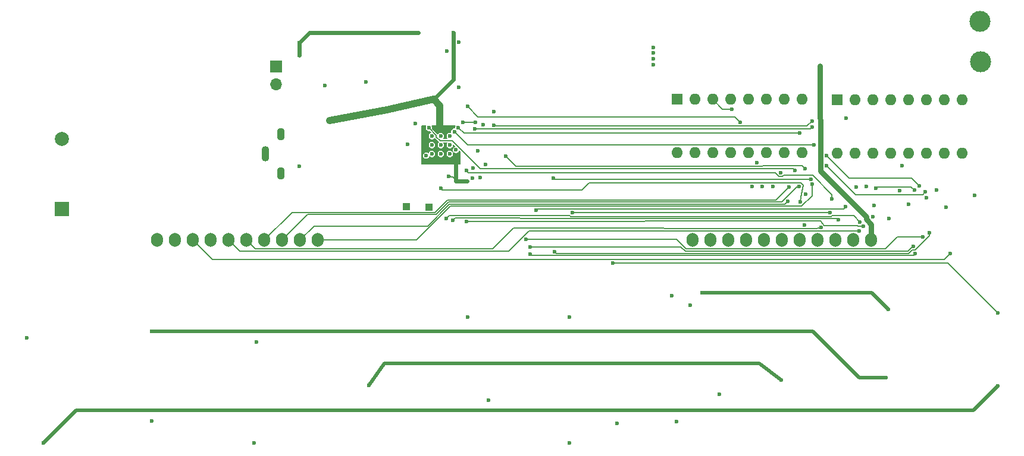
<source format=gbr>
%TF.GenerationSoftware,KiCad,Pcbnew,8.0.5*%
%TF.CreationDate,2024-09-30T13:59:48-07:00*%
%TF.ProjectId,combo_board,636f6d62-6f5f-4626-9f61-72642e6b6963,1*%
%TF.SameCoordinates,Original*%
%TF.FileFunction,Copper,L3,Inr*%
%TF.FilePolarity,Positive*%
%FSLAX46Y46*%
G04 Gerber Fmt 4.6, Leading zero omitted, Abs format (unit mm)*
G04 Created by KiCad (PCBNEW 8.0.5) date 2024-09-30 13:59:48*
%MOMM*%
%LPD*%
G01*
G04 APERTURE LIST*
%TA.AperFunction,ComponentPad*%
%ADD10O,1.700000X2.000000*%
%TD*%
%TA.AperFunction,ComponentPad*%
%ADD11O,1.100000X1.800000*%
%TD*%
%TA.AperFunction,ComponentPad*%
%ADD12O,1.100000X2.200000*%
%TD*%
%TA.AperFunction,ComponentPad*%
%ADD13R,1.700000X1.700000*%
%TD*%
%TA.AperFunction,ComponentPad*%
%ADD14O,1.700000X1.700000*%
%TD*%
%TA.AperFunction,ComponentPad*%
%ADD15C,0.600000*%
%TD*%
%TA.AperFunction,ComponentPad*%
%ADD16R,2.000000X2.000000*%
%TD*%
%TA.AperFunction,ComponentPad*%
%ADD17C,2.000000*%
%TD*%
%TA.AperFunction,ComponentPad*%
%ADD18C,3.000000*%
%TD*%
%TA.AperFunction,ComponentPad*%
%ADD19R,1.600000X1.600000*%
%TD*%
%TA.AperFunction,ComponentPad*%
%ADD20O,1.600000X1.600000*%
%TD*%
%TA.AperFunction,ComponentPad*%
%ADD21R,1.000000X1.000000*%
%TD*%
%TA.AperFunction,ViaPad*%
%ADD22C,0.600000*%
%TD*%
%TA.AperFunction,Conductor*%
%ADD23C,0.600000*%
%TD*%
%TA.AperFunction,Conductor*%
%ADD24C,1.000000*%
%TD*%
%TA.AperFunction,Conductor*%
%ADD25C,0.200000*%
%TD*%
%TA.AperFunction,Conductor*%
%ADD26C,0.150000*%
%TD*%
%TA.AperFunction,Conductor*%
%ADD27C,0.800000*%
%TD*%
%TA.AperFunction,Conductor*%
%ADD28C,0.500000*%
%TD*%
G04 APERTURE END LIST*
D10*
%TO.N,Net-(DS1-F1{slash}GND)*%
%TO.C,DS1*%
X56340000Y36570000D03*
%TO.N,PS3*%
X58880000Y36570000D03*
%TO.N,PS2*%
X61420000Y36570000D03*
%TO.N,PS1*%
X63960000Y36570000D03*
%TO.N,Pg*%
X66500000Y36570000D03*
%TO.N,PDP*%
X69040000Y36570000D03*
%TO.N,G0*%
X71580000Y36570000D03*
%TO.N,G1*%
X74120000Y36570000D03*
%TO.N,G2*%
X76660000Y36570000D03*
%TO.N,G3*%
X79200000Y36570000D03*
%TO.N,G4*%
X132540000Y36570000D03*
%TO.N,G5*%
X135080000Y36570000D03*
%TO.N,G6*%
X137620000Y36570000D03*
%TO.N,G7*%
X140160000Y36570000D03*
%TO.N,Pd*%
X142700000Y36570000D03*
%TO.N,Pe*%
X145240000Y36570000D03*
%TO.N,Pc*%
X147780000Y36570000D03*
%TO.N,Pf*%
X150320000Y36570000D03*
%TO.N,Pb*%
X152860000Y36570000D03*
%TO.N,Pa*%
X155400000Y36570000D03*
%TO.N,Net-(DS1-F2{slash}+5V)*%
X157940000Y36570000D03*
%TD*%
D11*
%TO.N,GND*%
%TO.C,J3*%
X73907400Y46068100D03*
D12*
X71757400Y48868100D03*
D11*
X73907400Y51668100D03*
%TD*%
D13*
%TO.N,/~{USB_BOOT}*%
%TO.C,J2*%
X73272400Y61343100D03*
D14*
%TO.N,GND*%
X73272400Y58803100D03*
%TD*%
D15*
%TO.N,GND*%
%TO.C,U3*%
X97975000Y51377700D03*
X96700000Y51377700D03*
X95425000Y51377700D03*
X97975000Y50102700D03*
X96700000Y50102700D03*
X95425000Y50102700D03*
X97975000Y48827700D03*
X96700000Y48827700D03*
X95425000Y48827700D03*
%TD*%
D16*
%TO.N,/GPIO28_ADC2*%
%TO.C,LS1*%
X42790000Y40982700D03*
D17*
%TO.N,/GPIO29_ADC3*%
X42790000Y50982700D03*
%TD*%
D18*
%TO.N,GND*%
%TO.C,TP4*%
X173450000Y67732683D03*
%TD*%
D19*
%TO.N,PDP*%
%TO.C,J204*%
X153050000Y56550000D03*
D20*
%TO.N,PS1*%
X155590000Y56550000D03*
%TO.N,Pd*%
X158130000Y56550000D03*
%TO.N,Pe*%
X160670000Y56550000D03*
%TO.N,Pf*%
X163210000Y56550000D03*
%TO.N,Pg*%
X165750000Y56550000D03*
%TO.N,PS3*%
X168290000Y56550000D03*
%TO.N,PS2*%
X170830000Y56550000D03*
%TO.N,Pb*%
X170830000Y48930000D03*
%TO.N,Pa*%
X168290000Y48930000D03*
%TO.N,Pc*%
X165750000Y48930000D03*
%TO.N,G0*%
X163210000Y48930000D03*
%TO.N,G1*%
X160670000Y48930000D03*
%TO.N,G4*%
X158130000Y48930000D03*
%TO.N,G3*%
X155590000Y48930000D03*
%TO.N,G2*%
X153050000Y48930000D03*
%TD*%
D18*
%TO.N,EXT_5V*%
%TO.C,TP5*%
X173510000Y61952683D03*
%TD*%
D21*
%TO.N,/GPIO26_ADC0*%
%TO.C,TP2*%
X94970000Y41262683D03*
%TD*%
%TO.N,/GPIO27_ADC1*%
%TO.C,TP3*%
X91830000Y41352683D03*
%TD*%
D19*
%TO.N,F1*%
%TO.C,J203*%
X130280000Y56660000D03*
D20*
%TO.N,F2*%
X132820000Y56660000D03*
%TO.N,S2*%
X135360000Y56660000D03*
%TO.N,S1*%
X137900000Y56660000D03*
%TO.N,S0*%
X140440000Y56660000D03*
%TO.N,G5*%
X142980000Y56660000D03*
%TO.N,G7*%
X145520000Y56660000D03*
%TO.N,G6*%
X148060000Y56660000D03*
%TO.N,RL0*%
X148060000Y49040000D03*
%TO.N,RL1*%
X145520000Y49040000D03*
%TO.N,RL6*%
X142980000Y49040000D03*
%TO.N,RL4*%
X140440000Y49040000D03*
%TO.N,RL2*%
X137900000Y49040000D03*
%TO.N,RL5*%
X135360000Y49040000D03*
%TO.N,RL3*%
X132820000Y49040000D03*
%TO.N,GND2*%
X130280000Y49040000D03*
%TD*%
D22*
%TO.N,GND*%
X86040000Y59143000D03*
X99280000Y64792700D03*
X97580000Y63513000D03*
X99280000Y58303000D03*
%TO.N,+3V3*%
X158150000Y39922683D03*
X168570000Y41243000D03*
X158330000Y41483000D03*
X165770000Y42553000D03*
X155826000Y44127000D03*
X97680000Y52543000D03*
X94210000Y52583000D03*
X97765100Y45643000D03*
X148440000Y38702683D03*
X96730000Y52223000D03*
X172610000Y42953000D03*
X100470000Y44993000D03*
X163250000Y41673000D03*
X148600000Y43102683D03*
X98450000Y66162700D03*
X80869900Y53620000D03*
%TO.N,+1V1*%
X98850000Y49413000D03*
X94600000Y48603000D03*
X91964900Y50247000D03*
X101964400Y49247000D03*
%TO.N,/QSPI_SS*%
X93027800Y53213000D03*
X80235300Y58607000D03*
%TO.N,/G5_3V*%
X100478000Y55616000D03*
X139318000Y53366000D03*
%TO.N,/G7_3V*%
X147118000Y46490000D03*
X95000900Y52556000D03*
%TO.N,/G2_3V*%
X149764000Y50124000D03*
X98610600Y52029000D03*
%TO.N,/G6_3V*%
X104231100Y54840000D03*
X149354000Y45261000D03*
X112699000Y45350000D03*
%TO.N,/PDP_3V*%
X101610800Y53318000D03*
X152064000Y40480000D03*
X115416000Y40468000D03*
X99852500Y53318000D03*
%TO.N,/G3_3V*%
X110217000Y40844000D03*
X154310000Y41285000D03*
X102739200Y52971000D03*
%TO.N,/PD_3V*%
X147758000Y51810000D03*
X157217000Y44171000D03*
X99198400Y52594000D03*
%TO.N,/G4_3V*%
X149508000Y53538000D03*
X104253600Y52943000D03*
%TO.N,/PS1_3V*%
X154357000Y53919000D03*
X149565000Y52648000D03*
X101544600Y52400000D03*
%TO.N,/PF_3V*%
X156856520Y38529156D03*
X100379300Y39208000D03*
%TO.N,/PE_3V*%
X153234000Y39457000D03*
X162320000Y47186000D03*
X98387200Y39386000D03*
%TO.N,/G1_3V*%
X158597000Y43988000D03*
X164076000Y43660000D03*
X96668200Y43946000D03*
X147866000Y41967000D03*
%TO.N,/G0_3V*%
X156337094Y39131820D03*
X97490300Y39611000D03*
X160451000Y39627000D03*
X162022000Y43579000D03*
%TO.N,/PC_3V*%
X151572000Y47184000D03*
X105964000Y48480000D03*
X165642000Y43426000D03*
X148481000Y46724000D03*
%TO.N,/PG_3V*%
X166241000Y37579000D03*
X103082600Y47302000D03*
X112906000Y34893000D03*
%TO.N,/PS3_3V*%
X165277000Y36978000D03*
X102304800Y45444000D03*
X108834000Y36700000D03*
%TO.N,/PA_3V*%
X152366000Y42426000D03*
X167211000Y43687000D03*
X100304000Y46493000D03*
%TO.N,/PS2_3V*%
X101249700Y46828000D03*
X109441000Y35598000D03*
X163964000Y35682000D03*
%TO.N,/VBUS*%
X76515000Y64687700D03*
X76550000Y63823000D03*
X76550000Y62933000D03*
X93520000Y66122700D03*
X76590000Y47073000D03*
%TO.N,/PB_3V*%
X101157200Y45414000D03*
X109441000Y34579000D03*
X164214000Y34608000D03*
%TO.N,G2*%
X146061000Y42062000D03*
%TO.N,PS2*%
X169195000Y34612000D03*
%TO.N,Pg*%
X156187280Y37881820D03*
%TO.N,G0*%
X146230000Y44115000D03*
%TO.N,G3*%
X149522000Y44509000D03*
%TO.N,G7*%
X143920000Y44166000D03*
%TO.N,G4*%
X140987000Y44166000D03*
%TO.N,Net-(DS1-F2{slash}+5V)*%
X150678517Y58812683D03*
X150640000Y59702683D03*
X150672672Y60562683D03*
X150670000Y61362683D03*
%TO.N,Net-(DS1-F1{slash}GND)*%
X126950000Y62432683D03*
X126970000Y63262683D03*
X126950000Y61562683D03*
X126970000Y63992683D03*
%TO.N,PDP*%
X150779000Y38338000D03*
%TO.N,G1*%
X147675000Y44166000D03*
%TO.N,RL5*%
X114959000Y7613000D03*
X114979000Y25612000D03*
%TO.N,S2*%
X138135000Y55241000D03*
X129518000Y28612000D03*
%TO.N,RL3*%
X86420000Y15857000D03*
X142455000Y44166000D03*
X145097000Y16612000D03*
%TO.N,RL4*%
X103465700Y13731000D03*
X130251000Y10715000D03*
X100478000Y25612000D03*
%TO.N,RL2*%
X121135000Y33258000D03*
X70466000Y22024000D03*
X70076000Y7613000D03*
X175910000Y26163000D03*
%TO.N,S1*%
X121774000Y10413000D03*
%TO.N,RL0*%
X164773000Y44247000D03*
X40122500Y7613000D03*
X175938000Y15716000D03*
X151572000Y48580000D03*
X37736300Y22612000D03*
%TO.N,RL6*%
X133850000Y29083000D03*
X132206000Y27243000D03*
X160410000Y26663000D03*
X141681000Y47611000D03*
%TO.N,S0*%
X136330000Y14588000D03*
%TO.N,RL1*%
X55580800Y23514000D03*
X160046000Y16905000D03*
X55528500Y10747000D03*
X145053000Y46188000D03*
%TD*%
D23*
%TO.N,+3V3*%
X98850000Y45003000D02*
X98860000Y44993000D01*
D24*
X88970000Y55083000D02*
X95660000Y56643000D01*
D25*
X98850000Y45103000D02*
X98950000Y45003000D01*
X98380000Y45573000D02*
X98850000Y45103000D01*
D23*
X98870000Y45003000D02*
X98950000Y45003000D01*
D25*
X97765100Y45643000D02*
X98380000Y45573000D01*
D23*
X98860000Y44993000D02*
X98870000Y45003000D01*
X98850000Y47903000D02*
X98850000Y45103000D01*
X98450000Y59433000D02*
X95660000Y56643000D01*
X98850000Y45103000D02*
X98850000Y45003000D01*
X98450000Y66162700D02*
X98450000Y59433000D01*
X98950000Y45003000D02*
X100450000Y45003000D01*
D24*
X95660000Y56643000D02*
X96550000Y55753000D01*
X96550000Y55753000D02*
X96550000Y52463000D01*
X80869900Y53620000D02*
X88970000Y55083000D01*
D26*
%TO.N,/G5_3V*%
X101951300Y54143000D02*
X138541000Y54143000D01*
X100478000Y55616000D02*
X101951300Y54143000D01*
X138541000Y54143000D02*
X139318000Y53366000D01*
%TO.N,/G7_3V*%
X95000900Y52556000D02*
X96062500Y51494000D01*
X144320000Y46707000D02*
X144396000Y46782000D01*
X98292000Y50724000D02*
X102308800Y46707000D01*
X96062500Y51494000D02*
X96062500Y51254000D01*
X96062500Y51254000D02*
X96592500Y50724000D01*
X144396000Y46782000D02*
X146825000Y46782000D01*
X96592500Y50724000D02*
X98292000Y50724000D01*
X102308800Y46707000D02*
X144320000Y46707000D01*
X146825000Y46782000D02*
X147118000Y46490000D01*
%TO.N,/G2_3V*%
X100516100Y50124000D02*
X149764000Y50124000D01*
X98610600Y52029000D02*
X100516100Y50124000D01*
%TO.N,/G6_3V*%
X112788000Y45261000D02*
X149354000Y45261000D01*
X112699000Y45350000D02*
X112788000Y45261000D01*
%TO.N,/PDP_3V*%
X115428000Y40480000D02*
X115416000Y40468000D01*
X99852500Y53318000D02*
X101610800Y53318000D01*
X152064000Y40480000D02*
X115428000Y40480000D01*
%TO.N,/G3_3V*%
X154032000Y41006000D02*
X110379000Y41006000D01*
X110379000Y41006000D02*
X110217000Y40844000D01*
X154310000Y41285000D02*
X154032000Y41006000D01*
%TO.N,/PD_3V*%
X147758000Y51810000D02*
X99982300Y51810000D01*
X99982300Y51810000D02*
X99198400Y52594000D01*
%TO.N,/G4_3V*%
X104357000Y52839000D02*
X104253600Y52943000D01*
X148809000Y52839000D02*
X104357000Y52839000D01*
X149508000Y53538000D02*
X148809000Y52839000D01*
%TO.N,/PS1_3V*%
X149316000Y52400000D02*
X149565000Y52648000D01*
X101544600Y52400000D02*
X149316000Y52400000D01*
%TO.N,/PF_3V*%
X155972030Y38613000D02*
X156078210Y38506820D01*
X156702158Y38613000D02*
X156772676Y38613000D01*
X156595978Y38506820D02*
X156702158Y38613000D01*
X156078210Y38506820D02*
X156595978Y38506820D01*
X156772676Y38613000D02*
X156856520Y38529156D01*
X150700000Y39282683D02*
X151249000Y38613000D01*
X151249000Y38613000D02*
X155972030Y38613000D01*
X100379300Y39208000D02*
X150700000Y39282683D01*
%TO.N,/PE_3V*%
X98736500Y39735000D02*
X107916000Y39735000D01*
X98387200Y39386000D02*
X98736500Y39735000D01*
X107916000Y39735000D02*
X108040000Y39611000D01*
X108040000Y39611000D02*
X153080000Y39611000D01*
X153080000Y39611000D02*
X153234000Y39457000D01*
%TO.N,/G1_3V*%
X163631000Y44106000D02*
X164076000Y43660000D01*
X148249000Y44376000D02*
X147930000Y42652683D01*
X96886700Y43728000D02*
X116781000Y43728000D01*
X158715000Y44106000D02*
X163631000Y44106000D01*
X147932000Y44693000D02*
X148249000Y44376000D01*
X147930000Y42652683D02*
X147866000Y41967000D01*
X117746000Y44693000D02*
X147932000Y44693000D01*
X116781000Y43728000D02*
X117746000Y44693000D01*
X96668200Y43946000D02*
X96886700Y43728000D01*
X158597000Y43988000D02*
X158715000Y44106000D01*
%TO.N,/G0_3V*%
X152365000Y40035000D02*
X155433914Y40035000D01*
X115198000Y39913000D02*
X152243000Y39913000D01*
X97916600Y40037000D02*
X115074000Y40037000D01*
X115074000Y40037000D02*
X115198000Y39913000D01*
X97490300Y39611000D02*
X97916600Y40037000D01*
X152243000Y39913000D02*
X152365000Y40035000D01*
X155433914Y40035000D02*
X156337094Y39131820D01*
%TO.N,/PC_3V*%
X142458000Y47057000D02*
X142550000Y47149000D01*
X165269000Y43053000D02*
X155704000Y43053000D01*
X148056000Y47149000D02*
X148481000Y46724000D01*
X142550000Y47149000D02*
X148056000Y47149000D01*
X155704000Y43053000D02*
X151572000Y47184000D01*
X165642000Y43426000D02*
X165269000Y43053000D01*
X105964000Y48480000D02*
X107387000Y47057000D01*
X107387000Y47057000D02*
X142458000Y47057000D01*
%TO.N,/PG_3V*%
X166241000Y37197000D02*
X164179000Y35135000D01*
X164179000Y35135000D02*
X163752000Y35135000D01*
X163285000Y34668000D02*
X113131000Y34668000D01*
X166241000Y37579000D02*
X166241000Y37197000D01*
X163752000Y35135000D02*
X163285000Y34668000D01*
X113131000Y34668000D02*
X112906000Y34893000D01*
%TO.N,/PS3_3V*%
X165277000Y36978000D02*
X161646000Y36978000D01*
X131624000Y35322000D02*
X130246000Y36700000D01*
X159991000Y35322000D02*
X131624000Y35322000D01*
X130246000Y36700000D02*
X108834000Y36700000D01*
X161646000Y36978000D02*
X159991000Y35322000D01*
%TO.N,/PA_3V*%
X144835000Y45662000D02*
X145271000Y45662000D01*
X100618100Y46179000D02*
X144318000Y46179000D01*
X149579000Y45836000D02*
X152366000Y43049000D01*
X145271000Y45662000D02*
X145446000Y45836000D01*
X144318000Y46179000D02*
X144835000Y45662000D01*
X145446000Y45836000D02*
X149579000Y45836000D01*
X100304000Y46493000D02*
X100618100Y46179000D01*
X152366000Y43049000D02*
X152366000Y42426000D01*
%TO.N,/PS2_3V*%
X163873000Y35682000D02*
X163160000Y34970000D01*
X130860000Y35598000D02*
X109441000Y35598000D01*
X131488000Y34970000D02*
X130860000Y35598000D01*
X163160000Y34970000D02*
X131488000Y34970000D01*
X163964000Y35682000D02*
X163873000Y35682000D01*
D23*
%TO.N,/VBUS*%
X77960000Y66132700D02*
X76515000Y64687700D01*
X76550000Y64652700D02*
X76550000Y63823000D01*
X76515000Y64687700D02*
X76550000Y64652700D01*
X93520000Y66122700D02*
X77960000Y66132700D01*
X76550000Y63823000D02*
X76550000Y62933000D01*
D26*
%TO.N,/PB_3V*%
X109654000Y34366000D02*
X109441000Y34579000D01*
X164214000Y34608000D02*
X163972000Y34366000D01*
X163972000Y34366000D02*
X109654000Y34366000D01*
%TO.N,G2*%
X145671000Y41673000D02*
X97900100Y41673000D01*
X146061000Y42062000D02*
X145671000Y41673000D01*
X78661900Y38572000D02*
X76660000Y36570000D01*
X94799200Y38572000D02*
X78661900Y38572000D01*
X97900100Y41673000D02*
X94799200Y38572000D01*
%TO.N,PS2*%
X121644000Y33785000D02*
X121669000Y33760000D01*
X61420000Y36570000D02*
X64204900Y33785000D01*
X121669000Y33760000D02*
X168343000Y33760000D01*
X64204900Y33785000D02*
X121644000Y33785000D01*
X168343000Y33760000D02*
X169195000Y34612000D01*
%TO.N,Pg*%
X68068300Y35002000D02*
X106390000Y35002000D01*
X66500000Y36570000D02*
X68068300Y35002000D01*
X156117460Y37812000D02*
X156187280Y37881820D01*
X109200000Y37812000D02*
X156117460Y37812000D01*
X106390000Y35002000D02*
X109200000Y37812000D01*
%TO.N,G0*%
X144411000Y42295000D02*
X97669100Y42295000D01*
X97669100Y42295000D02*
X95860200Y40486000D01*
X146230000Y44115000D02*
X144411000Y42295000D01*
X95860200Y40486000D02*
X75496300Y40486000D01*
X75496300Y40486000D02*
X71580000Y36570000D01*
%TO.N,G3*%
X93224000Y36570000D02*
X79200000Y36570000D01*
X98025100Y41371000D02*
X93224000Y36570000D01*
X149522000Y44509000D02*
X149522000Y42874000D01*
X149522000Y42874000D02*
X148020000Y41371000D01*
X148020000Y41371000D02*
X98025100Y41371000D01*
D27*
%TO.N,Net-(DS1-F2{slash}+5V)*%
X157940000Y36570000D02*
X157940000Y38789180D01*
X150720000Y46393000D02*
X150670000Y61362683D01*
X157200000Y39529180D02*
X157200000Y39913000D01*
X157200000Y39913000D02*
X150720000Y46393000D01*
X157940000Y38789180D02*
X157200000Y39529180D01*
D26*
%TO.N,PDP*%
X150100000Y38162683D02*
X150779000Y38338000D01*
X107040000Y38236000D02*
X150100000Y38162683D01*
X69040000Y36570000D02*
X70306600Y35303000D01*
X70306600Y35303000D02*
X104107700Y35303000D01*
X104107700Y35303000D02*
X107040000Y38236000D01*
%TO.N,G1*%
X97794100Y41994000D02*
X95985200Y40185000D01*
X95985200Y40185000D02*
X77734600Y40185000D01*
X77734600Y40185000D02*
X74120000Y36570000D01*
X145243000Y41994000D02*
X97794100Y41994000D01*
X147675000Y44166000D02*
X147416000Y44166000D01*
X147416000Y44166000D02*
X145243000Y41994000D01*
%TO.N,S2*%
X136779000Y55241000D02*
X138135000Y55241000D01*
X135360000Y56660000D02*
X136779000Y55241000D01*
D28*
%TO.N,RL3*%
X145097000Y16612000D02*
X141960000Y18993000D01*
X141960000Y18993000D02*
X88700000Y18993000D01*
X88700000Y18993000D02*
X86420000Y15857000D01*
D26*
%TO.N,RL2*%
X121135000Y33258000D02*
X168815000Y33258000D01*
X168815000Y33258000D02*
X175910000Y26163000D01*
%TO.N,RL0*%
X163637000Y45382000D02*
X154769000Y45382000D01*
D28*
X40122500Y7613000D02*
X44783900Y12274000D01*
D26*
X164773000Y44247000D02*
X163637000Y45382000D01*
X154769000Y45382000D02*
X151572000Y48580000D01*
D28*
X172496000Y12274000D02*
X175938000Y15716000D01*
X44783900Y12274000D02*
X172496000Y12274000D01*
%TO.N,RL6*%
X157990000Y29083000D02*
X133850000Y29083000D01*
X160410000Y26663000D02*
X157990000Y29083000D01*
%TO.N,RL1*%
X156210000Y16905000D02*
X149601000Y23513000D01*
X55580800Y23513000D02*
X55580800Y23514000D01*
X160046000Y16905000D02*
X156210000Y16905000D01*
X149601000Y23513000D02*
X55580800Y23513000D01*
%TD*%
%TA.AperFunction,Conductor*%
%TO.N,+3V3*%
G36*
X94601149Y52881009D02*
G01*
X94622823Y52828683D01*
X94616136Y52797942D01*
X94564202Y52684224D01*
X94545767Y52556000D01*
X94564202Y52427777D01*
X94564202Y52427776D01*
X94564203Y52427774D01*
X94618018Y52309937D01*
X94702851Y52212033D01*
X94811831Y52141996D01*
X94936128Y52105500D01*
X95065671Y52105500D01*
X95065672Y52105500D01*
X95075108Y52108271D01*
X95131419Y52102219D01*
X95148295Y52089585D01*
X95310226Y51927592D01*
X95331890Y51875263D01*
X95310206Y51822941D01*
X95278739Y51804275D01*
X95235933Y51791706D01*
X95126954Y51721669D01*
X95126950Y51721666D01*
X95042119Y51623765D01*
X95042118Y51623764D01*
X95042118Y51623763D01*
X95038114Y51614996D01*
X94988302Y51505924D01*
X94969867Y51377700D01*
X94988302Y51249477D01*
X94988302Y51249476D01*
X94988303Y51249474D01*
X95042118Y51131637D01*
X95126951Y51033733D01*
X95235931Y50963696D01*
X95360228Y50927200D01*
X95489772Y50927200D01*
X95614069Y50963696D01*
X95723049Y51033733D01*
X95782794Y51102685D01*
X95833437Y51128035D01*
X95887177Y51110150D01*
X95891044Y51106550D01*
X95945171Y51052423D01*
X95945173Y51052422D01*
X96397109Y50600486D01*
X96397112Y50600482D01*
X96427710Y50569884D01*
X96449384Y50517558D01*
X96427710Y50465232D01*
X96415394Y50455307D01*
X96401955Y50446671D01*
X96401950Y50446666D01*
X96317119Y50348765D01*
X96263302Y50230924D01*
X96244867Y50102700D01*
X96263302Y49974477D01*
X96263302Y49974476D01*
X96263303Y49974474D01*
X96317118Y49856637D01*
X96401951Y49758733D01*
X96510931Y49688696D01*
X96635228Y49652200D01*
X96764772Y49652200D01*
X96889069Y49688696D01*
X96998049Y49758733D01*
X97082882Y49856637D01*
X97136697Y49974474D01*
X97155133Y50102700D01*
X97136697Y50230926D01*
X97082882Y50348763D01*
X97082880Y50348765D01*
X97082880Y50348766D01*
X97082878Y50348768D01*
X97059247Y50376040D01*
X97041361Y50429779D01*
X97066712Y50480425D01*
X97115172Y50498500D01*
X97559828Y50498500D01*
X97612154Y50476826D01*
X97633828Y50424500D01*
X97615753Y50376040D01*
X97592121Y50348768D01*
X97592119Y50348766D01*
X97538302Y50230924D01*
X97519867Y50102700D01*
X97538302Y49974477D01*
X97538302Y49974476D01*
X97538303Y49974474D01*
X97592118Y49856637D01*
X97676951Y49758733D01*
X97785931Y49688696D01*
X97910228Y49652200D01*
X98039772Y49652200D01*
X98164069Y49688696D01*
X98273049Y49758733D01*
X98357882Y49856637D01*
X98411697Y49974474D01*
X98429740Y50099969D01*
X98458639Y50148675D01*
X98513517Y50162682D01*
X98555313Y50141760D01*
X98734402Y49962662D01*
X98756075Y49910335D01*
X98734400Y49858010D01*
X98702923Y49839335D01*
X98660934Y49827007D01*
X98660933Y49827006D01*
X98551954Y49756969D01*
X98551950Y49756966D01*
X98467119Y49659065D01*
X98413302Y49541224D01*
X98394867Y49413000D01*
X98413302Y49284777D01*
X98413302Y49284776D01*
X98413303Y49284774D01*
X98418213Y49274023D01*
X98465006Y49171561D01*
X98465392Y49160726D01*
X98483232Y49148340D01*
X98551947Y49069037D01*
X98551948Y49069036D01*
X98551951Y49069033D01*
X98660931Y48998996D01*
X98785228Y48962500D01*
X98914772Y48962500D01*
X99039069Y48998996D01*
X99148049Y49069033D01*
X99232882Y49166937D01*
X99281787Y49274025D01*
X99323239Y49312616D01*
X99379840Y49310595D01*
X99401423Y49295610D01*
X99478327Y49218701D01*
X99500000Y49166377D01*
X99500000Y47376683D01*
X99478326Y47324357D01*
X99426000Y47302683D01*
X93974000Y47302683D01*
X93921674Y47324357D01*
X93900000Y47376683D01*
X93900000Y48603000D01*
X94144867Y48603000D01*
X94163302Y48474777D01*
X94163302Y48474776D01*
X94163303Y48474774D01*
X94217118Y48356937D01*
X94301951Y48259033D01*
X94410931Y48188996D01*
X94535228Y48152500D01*
X94664772Y48152500D01*
X94789069Y48188996D01*
X94898049Y48259033D01*
X94982882Y48356937D01*
X95024863Y48448863D01*
X95066313Y48487453D01*
X95122915Y48485432D01*
X95132179Y48480373D01*
X95235931Y48413696D01*
X95360228Y48377200D01*
X95489772Y48377200D01*
X95614069Y48413696D01*
X95723049Y48483733D01*
X95807882Y48581637D01*
X95861697Y48699474D01*
X95880133Y48827700D01*
X96244867Y48827700D01*
X96263302Y48699477D01*
X96263302Y48699476D01*
X96263303Y48699474D01*
X96317118Y48581637D01*
X96401951Y48483733D01*
X96510931Y48413696D01*
X96635228Y48377200D01*
X96764772Y48377200D01*
X96889069Y48413696D01*
X96998049Y48483733D01*
X97082882Y48581637D01*
X97136697Y48699474D01*
X97155133Y48827700D01*
X97519867Y48827700D01*
X97538302Y48699477D01*
X97538302Y48699476D01*
X97538303Y48699474D01*
X97592118Y48581637D01*
X97676951Y48483733D01*
X97785931Y48413696D01*
X97910228Y48377200D01*
X98039772Y48377200D01*
X98164069Y48413696D01*
X98273049Y48483733D01*
X98357882Y48581637D01*
X98411697Y48699474D01*
X98430133Y48827700D01*
X98411697Y48955926D01*
X98359992Y49069141D01*
X98359606Y49079976D01*
X98341767Y49092361D01*
X98273052Y49171664D01*
X98273050Y49171665D01*
X98273049Y49171667D01*
X98199861Y49218702D01*
X98164068Y49241705D01*
X98039772Y49278200D01*
X97910228Y49278200D01*
X97785931Y49241705D01*
X97676954Y49171669D01*
X97676950Y49171666D01*
X97592119Y49073765D01*
X97538302Y48955924D01*
X97519867Y48827700D01*
X97155133Y48827700D01*
X97136697Y48955926D01*
X97082882Y49073763D01*
X96998049Y49171667D01*
X96924861Y49218702D01*
X96889068Y49241705D01*
X96764772Y49278200D01*
X96635228Y49278200D01*
X96510931Y49241705D01*
X96401954Y49171669D01*
X96401950Y49171666D01*
X96317119Y49073765D01*
X96263302Y48955924D01*
X96244867Y48827700D01*
X95880133Y48827700D01*
X95861697Y48955926D01*
X95807882Y49073763D01*
X95723049Y49171667D01*
X95649861Y49218702D01*
X95614068Y49241705D01*
X95489772Y49278200D01*
X95360228Y49278200D01*
X95235931Y49241705D01*
X95126954Y49171669D01*
X95126950Y49171666D01*
X95042118Y49073764D01*
X95042115Y49073760D01*
X95000137Y48981841D01*
X94958685Y48943247D01*
X94902084Y48945270D01*
X94892818Y48950329D01*
X94789068Y49017005D01*
X94664772Y49053500D01*
X94535228Y49053500D01*
X94410931Y49017005D01*
X94301954Y48946969D01*
X94301950Y48946966D01*
X94217119Y48849065D01*
X94163302Y48731224D01*
X94144867Y48603000D01*
X93900000Y48603000D01*
X93900000Y50102700D01*
X94969867Y50102700D01*
X94988302Y49974477D01*
X94988302Y49974476D01*
X94988303Y49974474D01*
X95042118Y49856637D01*
X95126951Y49758733D01*
X95235931Y49688696D01*
X95360228Y49652200D01*
X95489772Y49652200D01*
X95614069Y49688696D01*
X95723049Y49758733D01*
X95807882Y49856637D01*
X95861697Y49974474D01*
X95880133Y50102700D01*
X95861697Y50230926D01*
X95807882Y50348763D01*
X95723049Y50446667D01*
X95642395Y50498500D01*
X95614068Y50516705D01*
X95489772Y50553200D01*
X95360228Y50553200D01*
X95235931Y50516705D01*
X95126954Y50446669D01*
X95126950Y50446666D01*
X95042119Y50348765D01*
X94988302Y50230924D01*
X94969867Y50102700D01*
X93900000Y50102700D01*
X93900000Y52828683D01*
X93921674Y52881009D01*
X93974000Y52902683D01*
X94548823Y52902683D01*
X94601149Y52881009D01*
G37*
%TD.AperFunction*%
%TA.AperFunction,Conductor*%
G36*
X98781295Y52881009D02*
G01*
X98802969Y52828683D01*
X98796282Y52797942D01*
X98761702Y52722224D01*
X98743267Y52594001D01*
X98747576Y52564031D01*
X98733569Y52509153D01*
X98684860Y52480253D01*
X98674329Y52479500D01*
X98545828Y52479500D01*
X98421531Y52443005D01*
X98312554Y52372969D01*
X98312550Y52372966D01*
X98227719Y52275065D01*
X98173902Y52157224D01*
X98155467Y52029000D01*
X98174322Y51897856D01*
X98160315Y51842978D01*
X98111606Y51814078D01*
X98080228Y51816322D01*
X98039773Y51828200D01*
X98039772Y51828200D01*
X97910228Y51828200D01*
X97785931Y51791705D01*
X97676954Y51721669D01*
X97676950Y51721666D01*
X97592119Y51623765D01*
X97592118Y51623764D01*
X97592118Y51623763D01*
X97588114Y51614996D01*
X97538302Y51505924D01*
X97519867Y51377700D01*
X97538302Y51249477D01*
X97592119Y51131635D01*
X97592120Y51131633D01*
X97643828Y51071959D01*
X97661713Y51018221D01*
X97636361Y50967574D01*
X97587902Y50949500D01*
X97087098Y50949500D01*
X97034772Y50971174D01*
X97013098Y51023500D01*
X97031172Y51071959D01*
X97082879Y51131633D01*
X97082880Y51131635D01*
X97082879Y51131635D01*
X97082882Y51131637D01*
X97136697Y51249474D01*
X97155133Y51377700D01*
X97136697Y51505926D01*
X97082882Y51623763D01*
X96998049Y51721667D01*
X96902711Y51782937D01*
X96889068Y51791705D01*
X96764772Y51828200D01*
X96635228Y51828200D01*
X96510931Y51791705D01*
X96401954Y51721669D01*
X96401946Y51721663D01*
X96338770Y51648753D01*
X96288124Y51623402D01*
X96234385Y51641288D01*
X96230519Y51644887D01*
X96219190Y51656216D01*
X96020641Y51854840D01*
X95465075Y52410615D01*
X95443412Y52462944D01*
X95444164Y52473454D01*
X95456033Y52556000D01*
X95437597Y52684226D01*
X95385663Y52797943D01*
X95383643Y52854543D01*
X95422236Y52895996D01*
X95452977Y52902683D01*
X98728969Y52902683D01*
X98781295Y52881009D01*
G37*
%TD.AperFunction*%
%TD*%
M02*

</source>
